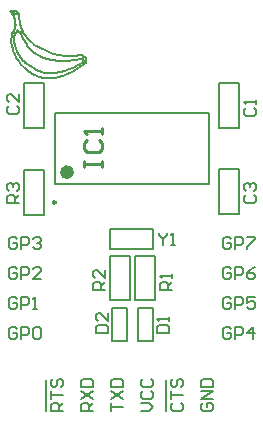
<source format=gto>
%FSLAX25Y25*%
%MOIN*%
G70*
G01*
G75*
G04 Layer_Color=65535*
%ADD10R,0.07087X0.07480*%
%ADD11R,0.01575X0.05512*%
%ADD12R,0.09055X0.07480*%
%ADD13R,0.05118X0.05118*%
%ADD14R,0.05118X0.05118*%
%ADD15O,0.02362X0.09055*%
%ADD16R,0.03150X0.03150*%
%ADD17R,0.03150X0.03150*%
%ADD18R,0.01181X0.06299*%
%ADD19C,0.00800*%
%ADD20C,0.02000*%
%ADD21C,0.07500*%
%ADD22C,0.03200*%
%ADD23C,0.05000*%
%ADD24R,0.04400X0.04400*%
%ADD25C,0.00984*%
%ADD26C,0.02362*%
%ADD27C,0.00600*%
%ADD28C,0.00787*%
%ADD29C,0.01000*%
D19*
X248346Y424386D02*
Y439347D01*
X241653Y424386D02*
X248346Y424386D01*
X241653Y424386D02*
Y439347D01*
X248346D01*
Y453386D02*
Y468347D01*
X241653Y453386D02*
X248346Y453386D01*
X241653Y453386D02*
Y468347D01*
X248346D01*
X285347Y395886D02*
Y410847D01*
X278654Y395886D02*
X285347Y395886D01*
X278654Y395886D02*
Y410847D01*
X285347D01*
X276847Y395886D02*
Y410847D01*
X270153Y395886D02*
X276847Y395886D01*
X270153Y395886D02*
Y410847D01*
X276847D01*
X270413Y413154D02*
Y419846D01*
X284587Y413154D02*
Y419846D01*
X270413D02*
X284587D01*
X270413Y413154D02*
X284587D01*
X306653Y424653D02*
Y439614D01*
Y439614D02*
X313347Y439614D01*
Y424653D02*
Y439614D01*
X306653Y424653D02*
X313347D01*
Y453386D02*
Y468347D01*
X306653Y453386D02*
X313347Y453386D01*
X306653Y453386D02*
Y468347D01*
X313347D01*
D25*
X252224Y428587D02*
G03*
X252224Y428587I-492J0D01*
G01*
D26*
X257106Y438626D02*
G03*
X257106Y438626I-1181J0D01*
G01*
D27*
X256330Y475693D02*
G03*
X260371Y476291I-2249J29127D01*
G01*
X245772Y480697D02*
G03*
X250646Y478321I12876J20230D01*
G01*
X242319Y474954D02*
G03*
X245636Y472817I10822J13154D01*
G01*
X253182Y470341D02*
G03*
X255007Y470871I-4229J17977D01*
G01*
X238640Y480606D02*
G03*
X239355Y478696I7960J1891D01*
G01*
X258320Y472362D02*
G03*
X262142Y475072I-10780J19258D01*
G01*
X245554Y470870D02*
G03*
X246072Y470615I3048J5538D01*
G01*
X238549Y484689D02*
G03*
X238571Y484668I149J138D01*
G01*
Y484668D02*
G03*
X238584Y484662I16J19D01*
G01*
X238584D02*
G03*
X238587Y484662I3J28D01*
G01*
X238587D02*
G03*
X238590Y484662I0J31D01*
G01*
X261354Y476137D02*
G03*
X261390Y476035I1071J319D01*
G01*
X261330Y476236D02*
G03*
X261354Y476137I989J188D01*
G01*
X261318Y476321D02*
G03*
X261330Y476236I903J84D01*
G01*
X261663Y475564D02*
G03*
X262126Y475069I1654J1086D01*
G01*
X261078Y477539D02*
G03*
X261202Y476831I2708J110D01*
G01*
X255007Y470871D02*
G03*
X258319Y472362I-6788J19507D01*
G01*
X249867Y471566D02*
G03*
X250784Y471534I769J8718D01*
G01*
X250784Y471534D02*
G03*
X252039Y471656I-128J7833D01*
G01*
X245287Y478263D02*
G03*
X247174Y477135I6031J7946D01*
G01*
X240678Y474437D02*
G03*
X242203Y472979I8392J7251D01*
G01*
X239524Y486054D02*
G03*
X239522Y486054I-1J-25D01*
G01*
X239534Y486051D02*
G03*
X239524Y486054I-10J-18D01*
G01*
X239537Y486050D02*
G03*
X239534Y486051I-13J-17D01*
G01*
X239539Y486048D02*
G03*
X239537Y486050I-17J-18D01*
G01*
X239545Y486040D02*
G03*
X239544Y486042I-38J-21D01*
G01*
X240057Y489990D02*
G03*
X240124Y489051I7757J84D01*
G01*
X237752Y491498D02*
G03*
X237627Y491710I-4897J-2745D01*
G01*
X238157Y492200D02*
G03*
X238997Y492185I548J7149D01*
G01*
X238724Y487177D02*
G03*
X238792Y487665I-1962J520D01*
G01*
X239604Y491760D02*
G03*
X239953Y491421I3471J3234D01*
G01*
X237370Y482541D02*
G03*
X237419Y481451I8174J-178D01*
G01*
X237504Y483787D02*
G03*
X237370Y482541I7228J-1404D01*
G01*
X237767Y484749D02*
G03*
X237504Y483787I6282J-2234D01*
G01*
X237419Y481451D02*
G03*
X237574Y480516I9040J1011D01*
G01*
X279500Y382500D02*
X284500D01*
Y393500D01*
X279500D02*
X284500D01*
X279500Y382500D02*
Y393500D01*
X271000Y382500D02*
X276000D01*
Y393500D01*
X271000D02*
X276000D01*
X271000Y382500D02*
Y393500D01*
X289000Y359000D02*
Y369500D01*
X249000Y359000D02*
Y369500D01*
X244411Y471514D02*
X244546Y471436D01*
X244269Y471597D02*
X244411Y471514D01*
X244111Y471690D02*
X244269Y471597D01*
X241107Y483591D02*
X241665Y482540D01*
X256640Y477342D02*
X258860Y477422D01*
X247174Y477135D02*
X247652Y476930D01*
X248038Y476783D01*
X253677Y472000D02*
X255261Y472432D01*
X241640Y484647D02*
X241897Y484248D01*
X242180Y483858D01*
X238310Y478328D02*
X238493Y477929D01*
X238071Y478893D02*
X238310Y478328D01*
X257786Y473368D02*
X258708Y473805D01*
X256639Y472900D02*
X257786Y473368D01*
X245495Y470902D02*
X245554Y470870D01*
X245427Y470940D02*
X245495Y470902D01*
X245359Y470978D02*
X245427Y470940D01*
X244793Y471295D02*
X244904Y471232D01*
X244673Y471363D02*
X244793Y471295D01*
X244546Y471436D02*
X244673Y471363D01*
X245282Y471021D02*
X245359Y470978D01*
X245196Y471068D02*
X245282Y471021D01*
X245101Y471122D02*
X245196Y471068D01*
X245007Y471174D02*
X245101Y471122D01*
X244904Y471232D02*
X245007Y471174D01*
X253609Y475660D02*
X254204Y475636D01*
X254847Y475631D01*
X243946Y471789D02*
X244111Y471690D01*
X243767Y471898D02*
X243946Y471789D01*
X243574Y472018D02*
X243767Y471898D01*
X243368Y472150D02*
X243574Y472018D01*
X238538Y484577D02*
X238547Y484600D01*
X238528Y484549D02*
X238538Y484577D01*
X238516Y484514D02*
X238528Y484549D01*
X238502Y484471D02*
X238516Y484514D01*
X238460Y484890D02*
X238463Y484876D01*
X238467Y484862D01*
X238471Y484848D01*
X238474Y484834D01*
X238478Y484821D01*
X238483Y484808D01*
X238488Y484794D01*
X238493Y484782D01*
X238498Y484768D01*
X238504Y484756D01*
X238511Y484743D01*
X238518Y484730D01*
X238527Y484717D01*
X238536Y484703D01*
X238549Y484689D01*
X238590Y484662D02*
X238592Y484663D01*
X238595Y484663D01*
X238597Y484664D01*
X238599Y484664D01*
X238602Y484665D01*
X238604Y484666D01*
X238607Y484667D01*
X238610Y484669D01*
X238612Y484670D01*
X238615Y484672D01*
X238617Y484674D01*
X238620Y484676D01*
X238623Y484678D01*
X238626Y484680D01*
X238629Y484682D01*
X238632Y484685D01*
X238635Y484687D01*
X238638Y484690D01*
X238641Y484693D01*
X238645Y484697D01*
X238649Y484701D01*
X238653Y484705D01*
X238657Y484709D01*
X238662Y484714D01*
X238666Y484719D01*
X238670Y484724D01*
X238675Y484730D01*
X238681Y484736D01*
X238686Y484743D01*
X238692Y484750D01*
X238589Y484696D02*
X238589Y484696D01*
X238589Y484696D02*
Y484696D01*
X238589Y484696D02*
X238589Y484696D01*
X238589Y484696D02*
X238589Y484696D01*
X238589Y484696D02*
X238589Y484696D01*
X238589Y484696D02*
X238589Y484696D01*
X238589Y484696D02*
X238589Y484696D01*
X238589Y484696D02*
X238589Y484696D01*
X238589Y484696D02*
X238589Y484696D01*
X238588Y484695D02*
X238589Y484696D01*
X238588Y484695D02*
X238588Y484695D01*
X238588Y484695D02*
X238588Y484695D01*
X238588Y484695D02*
X238588Y484695D01*
X238588Y484694D02*
X238588Y484695D01*
X238588Y484694D02*
X238588Y484694D01*
X238587Y484693D02*
X238588Y484694D01*
X238587Y484693D02*
X238587Y484693D01*
X238587Y484692D02*
X238587Y484693D01*
X238586Y484691D02*
X238587Y484692D01*
X238586Y484690D02*
X238586Y484691D01*
X238585Y484689D02*
X238586Y484690D01*
X238584Y484687D02*
X238585Y484689D01*
X238583Y484685D02*
X238584Y484687D01*
X238582Y484682D02*
X238583Y484685D01*
X238580Y484679D02*
X238582Y484682D01*
X238578Y484674D02*
X238580Y484679D01*
X238576Y484669D02*
X238578Y484674D01*
X238573Y484663D02*
X238576Y484669D01*
X238569Y484655D02*
X238573Y484663D01*
X238565Y484645D02*
X238569Y484655D01*
X238560Y484633D02*
X238565Y484645D01*
X238554Y484618D02*
X238560Y484633D01*
X238547Y484600D02*
X238554Y484618D01*
X237767Y484749D02*
X238074Y485558D01*
X258708Y473805D02*
X259423Y474188D01*
X261161Y475350D02*
X261254Y475427D01*
X261326Y475488D01*
X261381Y475535D01*
X261422Y475571D01*
X261455Y475600D01*
X261479Y475623D01*
X261499Y475641D01*
X261514Y475655D01*
X261526Y475667D01*
X261536Y475676D01*
X261543Y475683D01*
X261550Y475689D01*
X261555Y475694D01*
X261558Y475697D01*
X261561Y475701D01*
X261564Y475703D01*
X261566Y475705D01*
X261567Y475706D01*
X261568Y475707D01*
X261569Y475708D01*
X261570Y475709D01*
X261571Y475709D01*
X261571Y475710D01*
X261571Y475710D01*
X261572Y475711D01*
X261572Y475711D01*
X261572Y475711D01*
X261572Y475711D01*
X261572Y475711D01*
X261572Y475711D01*
X261572Y475711D01*
X261572Y475711D01*
X261572Y475711D01*
X260697Y476365D02*
X260882Y476409D01*
X261002Y476439D01*
X261083Y476459D01*
X261143Y476474D01*
X261187Y476486D01*
X261218Y476494D01*
X261243Y476501D01*
X261262Y476505D01*
X261276Y476509D01*
X261287Y476512D01*
X261295Y476514D01*
X261301Y476516D01*
X261307Y476518D01*
X261311Y476519D01*
X261314Y476520D01*
X261317Y476520D01*
X261319Y476521D01*
X261321Y476521D01*
X261322Y476522D01*
X261322Y476522D01*
X261323Y476522D01*
X261324Y476522D01*
X261325Y476522D01*
X261325Y476522D01*
X261325Y476522D01*
X261325Y476523D01*
X261326Y476523D01*
X261326Y476523D01*
X261326Y476523D01*
X261326Y476523D01*
X261326Y476523D01*
X261628Y475619D02*
X261663Y475564D01*
X261611Y475648D02*
X261628Y475619D01*
X261600Y475667D02*
X261611Y475648D01*
X261593Y475679D02*
X261600Y475667D01*
X261588Y475688D02*
X261593Y475679D01*
X261585Y475695D02*
X261588Y475688D01*
X261582Y475700D02*
X261585Y475695D01*
X261580Y475704D02*
X261582Y475700D01*
X261579Y475706D02*
X261580Y475704D01*
X261578Y475709D02*
X261579Y475706D01*
X261577Y475710D02*
X261578Y475709D01*
X261576Y475712D02*
X261577Y475710D01*
X261576Y475713D02*
X261576Y475712D01*
X261576Y475713D02*
X261576Y475713D01*
X261575Y475714D02*
X261576Y475713D01*
X261575Y475715D02*
X261575Y475714D01*
X261575Y475715D02*
X261575Y475715D01*
X261575Y475715D02*
X261575Y475715D01*
X261575Y475715D02*
X261575Y475715D01*
X261574Y475716D02*
X261575Y475715D01*
X261574Y475716D02*
X261574Y475716D01*
X261574Y475716D02*
X261574Y475716D01*
X261574Y475716D02*
X261574Y475716D01*
X261574Y475716D02*
X261574Y475716D01*
X261574Y475716D02*
X261574Y475716D01*
X261574Y475716D02*
X261574Y475716D01*
X261574Y475716D02*
X261574Y475716D01*
X261574Y475716D02*
X261574Y475716D01*
X261574Y475716D02*
X261574Y475716D01*
X261574Y475716D02*
X261574Y475716D01*
X261574Y475716D02*
X261574Y475716D01*
X261574Y475716D02*
X261574Y475716D01*
X261574Y475716D02*
X261574Y475716D01*
X261546Y475755D02*
X261574Y475716D01*
X261487Y475844D02*
X261546Y475755D01*
X261435Y475937D02*
X261487Y475844D01*
X261390Y476035D02*
X261435Y475937D01*
X261314Y476384D02*
X261318Y476321D01*
X261314Y476384D02*
X261315Y476426D01*
X261316Y476454D01*
X261318Y476473D01*
X261320Y476486D01*
X261322Y476496D01*
X261323Y476503D01*
X261324Y476508D01*
X261325Y476512D01*
X261325Y476515D01*
X261326Y476517D01*
X261326Y476519D01*
X261326Y476520D01*
X261327Y476521D01*
X261327Y476522D01*
X261327Y476523D01*
X261327Y476523D01*
X261327Y476524D01*
X261327Y476524D01*
X261327Y476524D01*
X261327Y476524D01*
X261328Y476525D01*
X261328Y476525D01*
X261328Y476525D01*
X261328Y476525D01*
Y476525D01*
X261328Y476525D01*
Y476525D01*
X261328Y476525D01*
X261328Y476525D01*
Y476525D01*
Y476525D01*
Y476525D01*
X261328D01*
X261328D01*
X261323Y476535D02*
X261328Y476525D01*
X261257Y476679D02*
X261323Y476535D01*
X261202Y476831D02*
X261257Y476679D01*
X261432Y477366D02*
X261696Y477156D01*
X261879Y477026D01*
X262006Y476941D01*
X262097Y476885D01*
X262163Y476845D01*
X262211Y476818D01*
X262248Y476797D01*
X262276Y476783D01*
X262297Y476772D01*
X262313Y476763D01*
X262326Y476757D01*
X262336Y476752D01*
X262344Y476748D01*
X262350Y476745D01*
X262355Y476743D01*
X262359Y476741D01*
X262362Y476740D01*
X262364Y476739D01*
X262366Y476738D01*
X262367Y476737D01*
X262369Y476736D01*
X262370Y476736D01*
X262370Y476736D01*
X262371Y476735D01*
X262371Y476735D01*
X262372Y476735D01*
X262372Y476735D01*
X262372Y476735D01*
X262373Y476735D01*
X262373Y476734D01*
X262373Y476734D01*
X262373Y476734D01*
X262373Y476734D01*
X262373Y476734D01*
X262373Y476734D01*
X262373Y476734D01*
X262373Y476734D01*
X262373Y476734D01*
X262373Y476734D01*
X262373Y476734D01*
X262373D01*
X262373D01*
X262366Y476701D02*
X262373Y476734D01*
X262351Y476628D02*
X262366Y476701D01*
X262336Y476548D02*
X262351Y476628D01*
X262320Y476463D02*
X262336Y476548D01*
X262304Y476371D02*
X262320Y476463D01*
X262286Y476267D02*
X262304Y476371D01*
X262268Y476152D02*
X262286Y476267D01*
X262249Y476020D02*
X262268Y476152D01*
X262227Y475862D02*
X262249Y476020D01*
X262170Y475366D02*
X262227Y475862D01*
X261076Y477621D02*
X261076Y477591D01*
X261076Y477640D02*
X261076Y477621D01*
X261076Y477640D02*
X261076Y477653D01*
X261076Y477662D01*
X261076Y477669D01*
X261076Y477674D01*
X261076Y477678D01*
X261076Y477681D01*
X261076Y477683D01*
X261077Y477685D01*
X261077Y477686D01*
X261077Y477687D01*
X261077Y477688D01*
X261077Y477689D01*
X261077Y477689D01*
X261077Y477690D01*
Y477690D01*
X261077Y477690D01*
Y477691D01*
X261077Y477691D01*
X261077Y477691D01*
X261077Y477691D02*
X261077Y477691D01*
X261077Y477691D02*
X261077Y477691D01*
X261077Y477691D01*
Y477691D01*
X261077Y477691D02*
X261077Y477691D01*
X261077Y477691D02*
X261077Y477691D01*
Y477691D01*
X261077Y477691D01*
X261077Y477691D02*
X261077Y477691D01*
X261077Y477691D02*
X261077Y477691D01*
X261077Y477691D02*
X261077Y477691D01*
X260051Y477541D02*
X260393Y477586D01*
X260592Y477614D01*
X260721Y477634D01*
X260807Y477647D01*
X260873Y477658D01*
X260920Y477666D01*
X260953Y477672D01*
X260980Y477676D01*
X261000Y477680D01*
X261015Y477683D01*
X261027Y477685D01*
X261036Y477686D01*
X261043Y477688D01*
X261049Y477689D01*
X261053Y477690D01*
X261057Y477690D01*
X261059Y477691D01*
X261061Y477691D01*
X261063Y477691D01*
X261064Y477692D01*
X261065Y477692D01*
X261066Y477692D01*
X261067Y477692D01*
X261068Y477692D01*
X261068Y477692D01*
X261068Y477692D01*
X261068Y477692D01*
X261069Y477692D01*
X261069Y477692D01*
X261069Y477692D01*
X261069Y477692D01*
X261069Y477692D01*
X259961Y474508D02*
X260359Y474764D01*
X260652Y474966D01*
X260874Y475128D01*
X262157Y475238D02*
X262170Y475366D01*
X262152Y475184D02*
X262157Y475238D01*
X262149Y475152D02*
X262152Y475184D01*
X262147Y475131D02*
X262149Y475152D01*
X262146Y475116D02*
X262147Y475131D01*
X262145Y475106D02*
X262146Y475116D01*
X262144Y475098D02*
X262145Y475106D01*
X262144Y475092D02*
X262144Y475098D01*
X262143Y475087D02*
X262144Y475092D01*
X262143Y475084D02*
X262143Y475087D01*
X262143Y475081D02*
X262143Y475084D01*
X262143Y475079D02*
X262143Y475081D01*
X262143Y475078D02*
X262143Y475079D01*
X262143Y475077D02*
X262143Y475078D01*
X262142Y475075D02*
X262143Y475077D01*
X262142Y475075D02*
X262142Y475075D01*
X262142Y475074D02*
X262142Y475075D01*
X262142Y475074D02*
X262142Y475074D01*
X262142Y475073D02*
X262142Y475074D01*
X262142Y475073D02*
X262142Y475073D01*
X262142Y475073D02*
X262142Y475073D01*
X262142Y475073D02*
Y475073D01*
X262142Y475072D02*
X262142Y475073D01*
X262142Y475072D02*
X262142Y475072D01*
X262142Y475072D02*
X262142Y475072D01*
X262142Y475072D02*
X262142Y475072D01*
X262142Y475072D02*
X262142Y475072D01*
X262142Y475072D02*
Y475072D01*
X262142Y475072D02*
X262142Y475072D01*
X262142Y475072D02*
X262142Y475072D01*
Y475072D02*
Y475072D01*
X262142Y475072D02*
X262142Y475072D01*
X262142Y475072D02*
Y475072D01*
X261076Y477591D02*
X261078Y477539D01*
X261069Y477692D02*
X261432Y477366D01*
X260874Y475128D02*
X261038Y475253D01*
X261161Y475350D01*
X260371Y476291D02*
X260697Y476365D01*
X258860Y477422D02*
X260051Y477541D01*
X259423Y474188D02*
X259961Y474508D01*
X255261Y472432D02*
X256639Y472900D01*
X255547Y475648D02*
X256330Y475693D01*
X254847Y475631D02*
X255547Y475648D01*
X254686Y477439D02*
X255578Y477374D01*
X252446Y477791D02*
X253145Y477649D01*
X255578Y477374D02*
X256640Y477342D01*
X251335Y478090D02*
X251793Y477955D01*
X252446Y477791D01*
X253145Y477649D02*
X253884Y477532D01*
X254686Y477439D01*
X250646Y478321D02*
X251335Y478090D01*
X250766Y469963D02*
X251843Y470084D01*
X249858Y469926D02*
X250766Y469963D01*
X249046Y471674D02*
X249867Y471566D01*
X247149Y470243D02*
X247739Y470108D01*
X246602Y470409D02*
X247149Y470243D01*
X248371Y470009D02*
X249077Y469945D01*
X247739Y470108D02*
X248371Y470009D01*
X249077Y469945D02*
X249858Y469926D01*
X248252Y471843D02*
X249046Y471674D01*
X245636Y472817D02*
X246600Y472387D01*
X247448Y472077D01*
X252039Y471656D02*
X253677Y472000D01*
X252195Y475808D02*
X252526Y475761D01*
X249641Y476304D02*
X249951Y476230D01*
X250262Y476161D01*
X250573Y476096D01*
X250884Y476034D01*
X251205Y475974D01*
X251524Y475918D01*
X252526Y475761D02*
X253053Y475702D01*
X253609Y475660D01*
X249025Y476467D02*
X249332Y476383D01*
X249641Y476304D01*
X251524Y475918D02*
X251854Y475862D01*
X252195Y475808D01*
X248712Y476559D02*
X249025Y476467D01*
X247448Y472077D02*
X248252Y471843D01*
X246072Y470615D02*
X246602Y470409D01*
X251843Y470084D02*
X253182Y470341D01*
X248038Y476783D02*
X248385Y476663D01*
X248712Y476559D01*
X244519Y481576D02*
X245090Y481156D01*
X242488Y483477D02*
X242819Y483105D01*
X243180Y482734D01*
X243582Y482355D01*
X242180Y483858D02*
X242488Y483477D01*
X243582Y482355D02*
X244025Y481971D01*
X244519Y481576D01*
X245090Y481156D02*
X245772Y480697D01*
X244623Y478799D02*
X244807Y478643D01*
X245022Y478468D01*
X245287Y478263D01*
X243133Y472304D02*
X243368Y472150D01*
X242872Y472483D02*
X243133Y472304D01*
X240492Y476949D02*
X240528Y476901D01*
X240561Y476858D01*
X240591Y476818D01*
X240618Y476782D01*
X240642Y476750D01*
X240667Y476718D01*
X240688Y476690D01*
X240706Y476665D01*
X240724Y476641D01*
X240740Y476621D01*
X240755Y476601D01*
X240767Y476585D01*
X240779Y476569D01*
X240792Y476553D01*
X240801Y476541D01*
X240810Y476529D01*
X240819Y476516D01*
X240829Y476504D01*
X240835Y476496D01*
X240841Y476488D01*
X240847Y476480D01*
X240853Y476472D01*
X240860Y476464D01*
X240862Y476460D01*
X240866Y476456D01*
X240869Y476452D01*
X240872Y476448D01*
X240875Y476444D01*
X240878Y476440D01*
X240881Y476436D01*
X240884Y476432D01*
X240887Y476427D01*
X240890Y476423D01*
X240894Y476419D01*
X240897Y476415D01*
X240900Y476411D01*
X240903Y476407D01*
X240906Y476403D01*
X240909Y476399D01*
X240912Y476395D01*
X240915Y476391D01*
X240918Y476387D01*
X240921Y476383D01*
X240928Y476374D01*
X240934Y476366D01*
X240940Y476358D01*
X240946Y476350D01*
X240955Y476338D01*
X240965Y476326D01*
X240974Y476313D01*
X240987Y476297D01*
X240999Y476280D01*
X241015Y476260D01*
X241030Y476239D01*
X241049Y476215D01*
X241068Y476190D01*
X241093Y476157D01*
X241111Y476133D01*
X241134Y476104D01*
X241158Y476074D01*
X241187Y476039D01*
X241217Y476004D01*
X241253Y475962D01*
X241291Y475919D01*
X241335Y475871D01*
X241386Y475816D01*
X241445Y475754D01*
X241513Y475685D01*
X241590Y475608D01*
X241683Y475518D01*
X241793Y475414D01*
X241925Y475294D01*
X239814Y475570D02*
X240152Y475094D01*
X239538Y475996D02*
X239814Y475570D01*
X241925Y475294D02*
X242093Y475146D01*
X242319Y474954D01*
X242571Y472699D02*
X242872Y472483D01*
X242203Y472979D02*
X242571Y472699D01*
X240365Y477120D02*
X240412Y477057D01*
X240454Y477001D01*
X240492Y476949D01*
X240152Y475094D02*
X240678Y474437D01*
X239295Y476399D02*
X239538Y475996D01*
X244306Y479077D02*
X244456Y478944D01*
X244623Y478799D01*
X244041Y479319D02*
X244168Y479202D01*
X244306Y479077D01*
X242754Y480830D02*
X242989Y480512D01*
X243186Y480259D01*
X243353Y480055D01*
X243495Y479889D01*
X243617Y479752D01*
X243723Y479638D01*
X241665Y482540D02*
X242110Y481791D01*
X239355Y478696D02*
X239537Y478366D01*
X239675Y478133D01*
X239790Y477950D01*
X239892Y477795D01*
X239982Y477661D01*
X240062Y477544D01*
X238678Y477549D02*
X238874Y477161D01*
X238493Y477929D02*
X238678Y477549D01*
X242110Y481791D02*
X242466Y481242D01*
X242754Y480830D01*
X240062Y477544D02*
X240135Y477440D01*
X240200Y477348D01*
X240261Y477264D01*
X238874Y477161D02*
X239078Y476781D01*
X240261Y477264D02*
X240316Y477188D01*
X240365Y477120D01*
X239078Y476781D02*
X239295Y476399D01*
X243723Y479638D02*
X243816Y479540D01*
X243899Y479457D01*
X243972Y479385D01*
X244041Y479319D01*
X240782Y485666D02*
X240839Y485827D01*
X240870Y485921D01*
X241054Y485853D02*
X241176Y485557D01*
X241400Y485076D01*
X241640Y484647D01*
X240575Y487160D02*
X240658Y486910D01*
X240747Y486657D01*
X240843Y486394D01*
X239998Y485423D02*
X240081Y485329D01*
X240285Y485114D01*
X240380Y485019D01*
X240412Y484988D01*
X240430Y484971D01*
X240442Y484959D01*
X240451Y484951D01*
X240457Y484945D01*
X240461Y484941D01*
X240464Y484938D01*
X240467Y484936D01*
X240469Y484934D01*
X240470Y484933D01*
X240471Y484932D01*
X240472Y484931D01*
X240473Y484930D01*
X240474Y484930D01*
X240474Y484929D01*
X240474Y484929D01*
X240475Y484929D01*
X240475Y484928D01*
X240475Y484928D01*
X240475Y484928D01*
X240475Y484928D01*
X240475Y484928D01*
X240475Y484928D01*
X240475Y484928D01*
X240476Y484928D01*
X240476Y484928D01*
X240476Y484928D01*
X240476Y484928D01*
X240476Y484928D01*
Y484928D02*
Y484928D01*
X240473Y484967D02*
X241107Y483591D01*
X238257Y485875D02*
X238299Y485757D01*
X238326Y485666D01*
X238345Y485593D01*
X238358Y485533D01*
X238369Y485483D01*
X238376Y485440D01*
X238383Y485405D01*
X238388Y485374D01*
X238392Y485347D01*
X238396Y485325D01*
X238398Y485305D01*
X238401Y485288D01*
X238403Y485273D01*
X238405Y485260D01*
X238406Y485249D01*
X238408Y485239D01*
X238409Y485230D01*
X238410Y485221D01*
X238411Y485214D01*
X238412Y485207D01*
X238413Y485202D01*
X238413Y485196D01*
X238414Y485192D01*
X238414Y485188D01*
X238415Y485183D01*
X238415Y485181D01*
X238416Y485178D01*
X238416Y485175D01*
X238416Y485172D01*
X238417Y485170D01*
X238417Y485168D01*
X238417Y485167D01*
X238417Y485166D01*
X238418Y485164D01*
X238418Y485163D01*
X238418Y485161D01*
X238418Y485160D01*
X238418Y485159D01*
X238418Y485157D01*
X238419Y485156D01*
X238419Y485155D01*
X238419Y485153D01*
X238419Y485152D01*
X238419Y485150D01*
X238419Y485149D01*
X238420Y485148D01*
X238420Y485146D01*
X238420Y485145D01*
X238420Y485144D01*
X238421Y485141D01*
X238421Y485138D01*
X238421Y485136D01*
X238422Y485133D01*
X238422Y485130D01*
X238422Y485126D01*
X238423Y485122D01*
X238423Y485118D01*
X238424Y485113D01*
X238425Y485108D01*
X238425Y485102D01*
X238426Y485096D01*
X238427Y485089D01*
X238428Y485083D01*
X238429Y485075D01*
X238430Y485067D01*
X238432Y485058D01*
X238433Y485049D01*
X238434Y485039D01*
X238436Y485030D01*
X238437Y485018D01*
X238439Y485007D01*
X238441Y484995D01*
X238443Y484983D01*
X238445Y484971D01*
X238447Y484958D01*
X238449Y484944D01*
X238452Y484931D01*
X238989Y485230D02*
X238997Y485244D01*
X239004Y485257D01*
X239011Y485268D01*
X239017Y485280D01*
X239022Y485289D01*
X239027Y485298D01*
X239032Y485307D01*
X239036Y485314D01*
X239040Y485321D01*
X239044Y485328D01*
X239048Y485334D01*
X239050Y485339D01*
X239053Y485344D01*
X239055Y485348D01*
X239058Y485353D01*
X239060Y485357D01*
X239062Y485360D01*
X239063Y485362D01*
X239064Y485364D01*
X239066Y485366D01*
X239067Y485369D01*
X239068Y485371D01*
X239069Y485373D01*
X239071Y485376D01*
X239072Y485378D01*
X239073Y485380D01*
X239074Y485383D01*
X239076Y485385D01*
X239077Y485387D01*
X239078Y485389D01*
X239079Y485392D01*
X239081Y485394D01*
X239082Y485396D01*
X239083Y485398D01*
X239085Y485401D01*
X239086Y485403D01*
X239088Y485407D01*
X239091Y485412D01*
X239093Y485417D01*
X239096Y485421D01*
X239099Y485426D01*
X239102Y485433D01*
X239106Y485439D01*
X239110Y485446D01*
X239115Y485455D01*
X239120Y485464D01*
X239125Y485473D01*
X239132Y485485D01*
X239138Y485496D01*
X239145Y485509D01*
X239153Y485523D01*
X239162Y485538D01*
X239170Y485554D01*
X239180Y485571D01*
X239190Y485589D01*
X239200Y485606D01*
X239211Y485625D01*
X239222Y485644D01*
X239233Y485663D01*
X239245Y485684D01*
X239257Y485704D01*
X239268Y485724D01*
X239280Y485743D01*
X239292Y485763D01*
X239303Y485781D01*
X239314Y485800D01*
X239324Y485816D01*
X239334Y485831D01*
X239343Y485847D01*
X239353Y485862D01*
X239362Y485876D01*
X239370Y485889D01*
X239378Y485901D01*
X239386Y485913D01*
X239394Y485924D01*
X239402Y485935D01*
X239408Y485944D01*
X239415Y485953D01*
X239421Y485962D01*
X239428Y485970D01*
X239433Y485977D01*
X239438Y485984D01*
X239443Y485990D01*
X239448Y485996D01*
X239453Y486002D01*
X239457Y486006D01*
X239461Y486011D01*
X239465Y486015D01*
X239469Y486019D01*
X239473Y486023D01*
X239476Y486026D01*
X239480Y486030D01*
X239483Y486032D01*
X239486Y486035D01*
X239488Y486037D01*
X239491Y486039D01*
X239494Y486041D01*
X239496Y486043D01*
X239499Y486045D01*
X239501Y486047D01*
X239504Y486048D01*
X239506Y486049D01*
X239509Y486050D01*
X239511Y486051D01*
X239513Y486052D01*
X239515Y486053D01*
X239518Y486054D01*
X239520Y486054D01*
X239522Y486054D01*
X239539Y486048D02*
X239540Y486047D01*
X239542Y486045D01*
X239543Y486044D01*
X239543Y486042D01*
X239545Y486040D02*
X239564Y486005D01*
X239587Y485967D01*
X239612Y485928D01*
X239639Y485885D01*
X239669Y485840D01*
X239703Y485793D01*
X239739Y485742D01*
X239779Y485689D01*
X238074Y485558D02*
X238160Y485767D01*
X240870Y485921D02*
X240890Y485983D01*
X240904Y486026D01*
X240913Y486057D01*
X240920Y486080D01*
X240925Y486097D01*
X240929Y486110D01*
X240932Y486120D01*
X240934Y486128D01*
X240936Y486134D01*
X240937Y486138D01*
X240938Y486142D01*
X240939Y486145D01*
X240939Y486147D01*
X240940Y486149D01*
X240940Y486150D01*
X240940Y486151D01*
X240941Y486152D01*
X240941Y486153D01*
X240941Y486154D01*
X240941Y486154D01*
X240941Y486154D01*
X240941Y486155D01*
X240941Y486155D01*
X240942Y486155D01*
X240942Y486155D01*
X240942Y486155D01*
X240942Y486155D01*
X240942Y486155D01*
X240942Y486155D01*
X240942Y486155D01*
X240942Y486155D01*
Y486155D01*
X240942Y486155D02*
X240942Y486155D01*
X240942Y486155D02*
X240942Y486156D01*
X240942D02*
X240942D01*
X240942D02*
X240942Y486156D01*
X240843Y486394D02*
X240945Y486129D01*
X241054Y485853D01*
X238452Y484931D02*
X238454Y484917D01*
X238457Y484903D01*
X238460Y484890D01*
X238692Y484750D02*
X238697Y484757D01*
X238703Y484765D01*
X238710Y484774D01*
X238717Y484783D01*
X238723Y484793D01*
X238731Y484803D01*
X238738Y484813D01*
X238746Y484825D01*
X238754Y484837D01*
X238763Y484850D01*
X238772Y484863D01*
X238781Y484878D01*
X238791Y484894D01*
X238801Y484910D01*
X238811Y484926D01*
X238822Y484943D01*
X238832Y484960D01*
X238843Y484977D01*
X238855Y484997D01*
X238866Y485017D01*
X238878Y485038D01*
X238889Y485056D01*
X238900Y485075D01*
X238911Y485094D01*
X238923Y485113D01*
X238934Y485133D01*
X238944Y485150D01*
X238954Y485168D01*
X238964Y485185D01*
X238973Y485201D01*
X238981Y485217D01*
X238989Y485230D01*
X239779Y485689D02*
X239824Y485632D01*
X239874Y485569D01*
X239931Y485500D01*
X239998Y485423D01*
X240476Y484928D02*
X240620Y485255D01*
X240782Y485666D01*
X237400Y492197D02*
X237597Y492065D01*
X240236Y488404D02*
X240295Y488144D01*
X240357Y487896D01*
X240425Y487650D01*
X238350Y490084D02*
X238489Y489592D01*
X240069Y490651D02*
X240069Y490671D01*
X240068Y490631D02*
X240069Y490651D01*
X240067Y490606D02*
X240068Y490631D01*
X240066Y490578D02*
X240067Y490606D01*
X240065Y490545D02*
X240066Y490578D01*
X240064Y490509D02*
X240065Y490545D01*
X240062Y490468D02*
X240064Y490509D01*
X240061Y490422D02*
X240062Y490468D01*
X240059Y490369D02*
X240061Y490422D01*
X240058Y490302D02*
X240059Y490369D01*
X240057Y490222D02*
X240058Y490302D01*
X240056Y490124D02*
X240057Y490222D01*
X240056Y490124D02*
X240057Y489990D01*
X237137Y492385D02*
X237188Y492347D01*
X237400Y492197D01*
X237597Y492065D02*
X237786Y491944D01*
X237967Y491835D01*
X238134Y491741D01*
X238294Y491655D01*
X238446Y491580D01*
X238591Y491513D01*
X238724Y491457D01*
X238850Y491408D01*
X238970Y491365D01*
X239083Y491330D01*
X239190Y491300D01*
X239290Y491277D01*
X237893Y491231D02*
X238045Y490906D01*
X237752Y491498D02*
X237893Y491231D01*
X237521Y491873D02*
X237627Y491710D01*
X237434Y491998D02*
X237521Y491873D01*
X237362Y492095D02*
X237434Y491998D01*
X237304Y492168D02*
X237362Y492095D01*
X237259Y492222D02*
X237304Y492168D01*
X237224Y492263D02*
X237259Y492222D01*
X237195Y492295D02*
X237224Y492263D01*
X237173Y492319D02*
X237195Y492295D01*
X237155Y492338D02*
X237173Y492319D01*
X237141Y492352D02*
X237155Y492338D01*
X237130Y492364D02*
X237141Y492352D01*
X237121Y492372D02*
X237130Y492364D01*
X237114Y492379D02*
X237121Y492372D01*
X237108Y492384D02*
X237114Y492379D01*
X237104Y492389D02*
X237108Y492384D01*
X237101Y492392D02*
X237104Y492389D01*
X237098Y492394D02*
X237101Y492392D01*
X237096Y492397D02*
X237098Y492394D01*
X237094Y492398D02*
X237096Y492397D01*
X237093Y492400D02*
X237094Y492398D01*
X237092Y492400D02*
X237093Y492400D01*
X237091Y492401D02*
X237092Y492400D01*
X237090Y492402D02*
X237091Y492401D01*
X237089Y492402D02*
X237090Y492402D01*
X237089Y492403D02*
X237089Y492402D01*
X237089Y492403D02*
X237089Y492403D01*
X237088Y492403D02*
X237089Y492403D01*
X237088Y492403D02*
X237088Y492403D01*
X237088Y492404D02*
X237088Y492403D01*
X237088Y492404D02*
X237088Y492404D01*
X237088Y492404D02*
X237088Y492404D01*
X237088Y492404D02*
X237088Y492404D01*
X237088Y492404D02*
X237088Y492404D01*
X237088Y492404D02*
X237088Y492404D01*
X237088Y492404D02*
X237088Y492404D01*
X237088Y492404D02*
X237088Y492404D01*
X237088Y492404D02*
X237088Y492404D01*
X237088Y492404D02*
Y492404D01*
X237182Y492373D01*
X237290Y492342D01*
X237404Y492313D01*
X237529Y492286D01*
X237664Y492261D01*
X237810Y492238D01*
X237972Y492217D01*
X238157Y492200D01*
X238997Y492185D02*
X239091Y492189D01*
X239141Y492192D01*
X239172Y492194D01*
X239193Y492196D01*
X238414Y486357D02*
X238418Y486367D01*
X238422Y486376D01*
X238426Y486385D01*
X238431Y486398D01*
X238437Y486410D01*
X238442Y486422D01*
X238449Y486438D01*
X238455Y486453D01*
X238463Y486471D01*
X238471Y486489D01*
X238478Y486507D01*
X238487Y486527D01*
X238496Y486547D01*
X238506Y486570D01*
X238515Y486593D01*
X238526Y486618D01*
X238536Y486643D01*
X238547Y486671D01*
X238560Y486701D01*
X238572Y486730D01*
X238584Y486762D01*
X238598Y486796D01*
X238612Y486832D01*
X238626Y486870D01*
X238641Y486911D01*
X238656Y486953D01*
X238672Y486999D01*
X238688Y487050D01*
X238705Y487108D01*
X238724Y487177D01*
X239290Y491277D02*
X239384Y491258D01*
X239472Y491244D01*
X239554Y491234D01*
X239629Y491229D01*
X239699Y491226D01*
X238199Y490523D02*
X238350Y490084D01*
X238045Y490906D02*
X238199Y490523D01*
X240124Y489051D02*
X240181Y488691D01*
X240236Y488404D01*
X238791Y487764D02*
X238792Y487665D01*
X238788Y487845D02*
X238791Y487764D01*
X238782Y487918D02*
X238788Y487845D01*
X238775Y487987D02*
X238782Y487918D01*
X238612Y489053D02*
X238713Y488469D01*
X238489Y489592D02*
X238612Y489053D01*
X238713Y488469D02*
X238775Y487987D01*
X240085Y491287D02*
X240089Y491289D01*
X240092Y491290D01*
X240095Y491291D01*
X240097Y491292D01*
X240098Y491293D01*
X240099Y491293D01*
X240100Y491294D01*
X240101Y491294D01*
X240101Y491295D01*
X240102Y491295D01*
X240102Y491295D01*
X240102Y491295D01*
X240103Y491295D01*
X240103Y491295D01*
X240103Y491295D01*
X240103Y491296D01*
X240103Y491296D01*
X240103Y491296D01*
X240103Y491296D01*
X240103Y491296D01*
X240103Y491296D01*
X240103Y491296D01*
X240103Y491296D01*
X240103Y491296D01*
X240077Y491317D02*
X240081Y491315D01*
X240083Y491313D01*
X240085Y491311D01*
X240086Y491310D01*
X240088Y491309D01*
X240089Y491308D01*
X240089Y491308D01*
X240090Y491307D01*
X240090Y491307D01*
X240090Y491307D01*
X240091Y491307D01*
X240091Y491306D01*
X240091Y491306D01*
X240091Y491306D01*
X240091Y491306D01*
X240091Y491306D01*
X240091Y491306D01*
X240092Y491306D01*
X240092Y491306D01*
X240092Y491306D01*
X240092D01*
X240092Y491306D01*
X240092Y491306D01*
X240092Y491306D02*
X240092Y491306D01*
X240092Y491306D02*
X240092D01*
X240059Y491332D02*
X240067Y491325D01*
X240073Y491321D01*
X240077Y491317D01*
X240425Y487650D02*
X240497Y487407D01*
X240575Y487160D01*
X238234Y485932D02*
X238257Y485875D01*
X238160Y485767D02*
X238204Y485872D01*
X238234Y485941D01*
X238256Y485994D01*
X238274Y486035D01*
X238288Y486067D01*
X238300Y486096D01*
X238311Y486121D01*
X238320Y486142D01*
X238328Y486159D01*
X238334Y486173D01*
X238340Y486187D01*
X238344Y486197D01*
X238348Y486207D01*
X238353Y486217D01*
X238356Y486224D01*
X238359Y486231D01*
X238362Y486237D01*
X238365Y486244D01*
X238367Y486250D01*
X238369Y486254D01*
X238370Y486257D01*
X238372Y486261D01*
X238373Y486264D01*
X238374Y486267D01*
X238376Y486270D01*
X238377Y486274D01*
X238379Y486277D01*
X238380Y486280D01*
X238382Y486283D01*
X238383Y486287D01*
X238385Y486290D01*
X238386Y486293D01*
X238387Y486297D01*
X238389Y486300D01*
X238390Y486303D01*
X238392Y486306D01*
X238393Y486309D01*
X238394Y486313D01*
X238396Y486316D01*
X238399Y486322D01*
X238401Y486329D01*
X238404Y486335D01*
X238407Y486341D01*
X238410Y486348D01*
X238414Y486357D01*
X240083Y491006D02*
X240083Y491026D01*
X240082Y490986D02*
X240083Y491006D01*
X240081Y490970D02*
X240082Y490986D01*
X240081Y490953D02*
X240081Y490970D01*
X240080Y490941D02*
X240081Y490953D01*
X240080Y490929D02*
X240080Y490941D01*
X240079Y490917D02*
X240080Y490929D01*
X240079Y490905D02*
X240079Y490917D01*
X240078Y490897D02*
X240079Y490905D01*
X240078Y490889D02*
X240078Y490897D01*
X240078Y490881D02*
X240078Y490889D01*
X240077Y490873D02*
X240078Y490881D01*
X240077Y490865D02*
X240077Y490873D01*
X240077Y490861D02*
X240077Y490865D01*
X240077Y490857D02*
X240077Y490861D01*
X240076Y490853D02*
X240077Y490857D01*
X240076Y490849D02*
X240076Y490853D01*
X240076Y490845D02*
X240076Y490849D01*
X240076Y490841D02*
X240076Y490845D01*
X240076Y490837D02*
X240076Y490841D01*
X240076Y490833D02*
X240076Y490837D01*
X240075Y490829D02*
X240076Y490833D01*
X240075Y490825D02*
X240075Y490829D01*
X240075Y490821D02*
X240075Y490825D01*
X240075Y490816D02*
X240075Y490821D01*
X240075Y490812D02*
X240075Y490816D01*
X240075Y490808D02*
X240075Y490812D01*
X240075Y490804D02*
X240075Y490808D01*
X240074Y490800D02*
X240075Y490804D01*
X240074Y490796D02*
X240074Y490800D01*
X240074Y490792D02*
X240074Y490796D01*
X240074Y490788D02*
X240074Y490792D01*
X240074Y490784D02*
X240074Y490788D01*
X240073Y490776D02*
X240074Y490784D01*
X240073Y490768D02*
X240073Y490776D01*
X240073Y490760D02*
X240073Y490768D01*
X240072Y490752D02*
X240073Y490760D01*
X240072Y490744D02*
X240072Y490752D01*
X240072Y490732D02*
X240072Y490744D01*
X240071Y490720D02*
X240072Y490732D01*
X240071Y490704D02*
X240071Y490720D01*
X240070Y490687D02*
X240071Y490704D01*
X240069Y490671D02*
X240070Y490687D01*
X239193Y492196D02*
X239209Y492197D01*
X239220Y492198D01*
X239228Y492199D01*
X239234Y492199D01*
X239239Y492200D01*
X239243Y492200D01*
X239245Y492200D01*
X239248Y492200D01*
X239249Y492201D01*
X239251Y492201D01*
X239252Y492201D01*
X239253Y492201D01*
X239253Y492201D01*
X239254Y492201D01*
X239254Y492201D01*
X239254Y492201D01*
X239255Y492201D01*
X239255Y492201D01*
X239255D01*
X239255Y492201D01*
X239255Y492201D01*
X239255Y492201D01*
X239255D01*
X239255Y492201D01*
X239255Y492201D01*
X239255Y492201D01*
X239255Y492201D01*
X239255Y492201D01*
X239257Y492198D01*
X239298Y492137D01*
X239344Y492072D01*
X239396Y492003D01*
X239455Y491929D01*
X239523Y491850D01*
X239604Y491760D01*
X239699Y491226D02*
X239763Y491227D01*
X239819Y491229D01*
X239870Y491234D01*
X239912Y491240D01*
X239949Y491247D01*
X239980Y491253D01*
X240005Y491259D01*
X240025Y491265D01*
X240041Y491270D01*
X240054Y491275D01*
X240065Y491279D01*
X240073Y491282D01*
X240080Y491284D01*
X240085Y491287D01*
X240091Y491257D02*
X240092Y491306D01*
X240089Y491212D02*
X240091Y491257D01*
X240088Y491171D02*
X240089Y491212D01*
X240087Y491135D02*
X240088Y491171D01*
X240086Y491103D02*
X240087Y491135D01*
X240085Y491074D02*
X240086Y491103D01*
X240084Y491050D02*
X240085Y491074D01*
X240083Y491026D02*
X240084Y491050D01*
X239953Y491421D02*
X240006Y491376D01*
X240032Y491354D01*
X240048Y491341D01*
X240059Y491332D01*
X238487Y484420D02*
X238502Y484471D01*
X238469Y481428D02*
X238544Y481034D01*
X238640Y480606D01*
X238346Y483650D02*
X238365Y483817D01*
X238331Y483459D02*
X238346Y483650D01*
X238321Y483246D02*
X238331Y483459D01*
X238318Y483004D02*
X238321Y483246D01*
X238318Y483004D02*
X238324Y482737D01*
X238340Y482448D01*
X238369Y482131D01*
X237796Y479675D02*
X238071Y478893D01*
X238369Y482131D02*
X238411Y481791D01*
X238469Y481428D01*
X237574Y480516D02*
X237796Y479675D01*
X238469Y484359D02*
X238487Y484420D01*
X238450Y484284D02*
X238469Y484359D01*
X238429Y484193D02*
X238450Y484284D01*
X238407Y484086D02*
X238429Y484193D01*
X238385Y483961D02*
X238407Y484086D01*
X238365Y483817D02*
X238385Y483961D01*
X315668Y460166D02*
X315001Y459499D01*
Y458166D01*
X315668Y457500D01*
X318334D01*
X319000Y458166D01*
Y459499D01*
X318334Y460166D01*
X319000Y461499D02*
Y462832D01*
Y462165D01*
X315001D01*
X315668Y461499D01*
X236668Y460666D02*
X236001Y459999D01*
Y458666D01*
X236668Y458000D01*
X239334D01*
X240000Y458666D01*
Y459999D01*
X239334Y460666D01*
X240000Y464665D02*
Y461999D01*
X237334Y464665D01*
X236668D01*
X236001Y463998D01*
Y462665D01*
X236668Y461999D01*
X315668Y431166D02*
X315001Y430499D01*
Y429166D01*
X315668Y428500D01*
X318334D01*
X319000Y429166D01*
Y430499D01*
X318334Y431166D01*
X315668Y432499D02*
X315001Y433165D01*
Y434498D01*
X315668Y435164D01*
X316334D01*
X317001Y434498D01*
Y433832D01*
Y434498D01*
X317667Y435164D01*
X318334D01*
X319000Y434498D01*
Y433165D01*
X318334Y432499D01*
X286001Y385000D02*
X290000D01*
Y386999D01*
X289334Y387666D01*
X286668D01*
X286001Y386999D01*
Y385000D01*
X290000Y388999D02*
Y390332D01*
Y389665D01*
X286001D01*
X286668Y388999D01*
X265501Y385000D02*
X269500D01*
Y386999D01*
X268834Y387666D01*
X266168D01*
X265501Y386999D01*
Y385000D01*
X269500Y391665D02*
Y388999D01*
X266834Y391665D01*
X266168D01*
X265501Y390998D01*
Y389665D01*
X266168Y388999D01*
X291000Y399500D02*
X287001D01*
Y401499D01*
X287668Y402166D01*
X289001D01*
X289667Y401499D01*
Y399500D01*
Y400833D02*
X291000Y402166D01*
Y403499D02*
Y404832D01*
Y404165D01*
X287001D01*
X287668Y403499D01*
X268500Y399500D02*
X264501D01*
Y401499D01*
X265168Y402166D01*
X266501D01*
X267167Y401499D01*
Y399500D01*
Y400833D02*
X268500Y402166D01*
Y406165D02*
Y403499D01*
X265834Y406165D01*
X265168D01*
X264501Y405498D01*
Y404165D01*
X265168Y403499D01*
X240000Y428500D02*
X236001D01*
Y430499D01*
X236668Y431166D01*
X238001D01*
X238667Y430499D01*
Y428500D01*
Y429833D02*
X240000Y431166D01*
X236668Y432499D02*
X236001Y433165D01*
Y434498D01*
X236668Y435164D01*
X237334D01*
X238001Y434498D01*
Y433832D01*
Y434498D01*
X238667Y435164D01*
X239334D01*
X240000Y434498D01*
Y433165D01*
X239334Y432499D01*
X286500Y418499D02*
Y417832D01*
X287833Y416499D01*
X289166Y417832D01*
Y418499D01*
X287833Y416499D02*
Y414500D01*
X290499D02*
X291832D01*
X291165D01*
Y418499D01*
X290499Y417832D01*
X301168Y361666D02*
X300501Y360999D01*
Y359666D01*
X301168Y359000D01*
X303834D01*
X304500Y359666D01*
Y360999D01*
X303834Y361666D01*
X302501D01*
Y360333D01*
X304500Y362999D02*
X300501D01*
X304500Y365665D01*
X300501D01*
Y366997D02*
X304500D01*
Y368997D01*
X303834Y369663D01*
X301168D01*
X300501Y368997D01*
Y366997D01*
X291168Y361666D02*
X290501Y360999D01*
Y359666D01*
X291168Y359000D01*
X293834D01*
X294500Y359666D01*
Y360999D01*
X293834Y361666D01*
X290501Y362999D02*
Y365665D01*
Y364332D01*
X294500D01*
X291168Y369663D02*
X290501Y368997D01*
Y367664D01*
X291168Y366997D01*
X291834D01*
X292501Y367664D01*
Y368997D01*
X293167Y369663D01*
X293834D01*
X294500Y368997D01*
Y367664D01*
X293834Y366997D01*
X280501Y359000D02*
X283167D01*
X284500Y360333D01*
X283167Y361666D01*
X280501D01*
X281168Y365665D02*
X280501Y364998D01*
Y363665D01*
X281168Y362999D01*
X283834D01*
X284500Y363665D01*
Y364998D01*
X283834Y365665D01*
X281168Y369663D02*
X280501Y368997D01*
Y367664D01*
X281168Y366997D01*
X283834D01*
X284500Y367664D01*
Y368997D01*
X283834Y369663D01*
X270501Y359000D02*
Y361666D01*
Y360333D01*
X274500D01*
X270501Y362999D02*
X274500Y365665D01*
X270501D02*
X274500Y362999D01*
X270501Y366997D02*
X274500D01*
Y368997D01*
X273834Y369663D01*
X271168D01*
X270501Y368997D01*
Y366997D01*
X264500Y359000D02*
X260501D01*
Y360999D01*
X261168Y361666D01*
X262501D01*
X263167Y360999D01*
Y359000D01*
Y360333D02*
X264500Y361666D01*
X260501Y362999D02*
X264500Y365665D01*
X260501D02*
X264500Y362999D01*
X260501Y366997D02*
X264500D01*
Y368997D01*
X263834Y369663D01*
X261168D01*
X260501Y368997D01*
Y366997D01*
X254500Y359000D02*
X250501D01*
Y360999D01*
X251168Y361666D01*
X252501D01*
X253167Y360999D01*
Y359000D01*
Y360333D02*
X254500Y361666D01*
X250501Y362999D02*
Y365665D01*
Y364332D01*
X254500D01*
X251168Y369663D02*
X250501Y368997D01*
Y367664D01*
X251168Y366997D01*
X251834D01*
X252501Y367664D01*
Y368997D01*
X253167Y369663D01*
X253834D01*
X254500Y368997D01*
Y367664D01*
X253834Y366997D01*
X239166Y386332D02*
X238499Y386999D01*
X237166D01*
X236500Y386332D01*
Y383666D01*
X237166Y383000D01*
X238499D01*
X239166Y383666D01*
Y384999D01*
X237833D01*
X240499Y383000D02*
Y386999D01*
X242498D01*
X243164Y386332D01*
Y384999D01*
X242498Y384333D01*
X240499D01*
X244497Y386332D02*
X245164Y386999D01*
X246497D01*
X247163Y386332D01*
Y383666D01*
X246497Y383000D01*
X245164D01*
X244497Y383666D01*
Y386332D01*
X239166Y396332D02*
X238499Y396999D01*
X237166D01*
X236500Y396332D01*
Y393666D01*
X237166Y393000D01*
X238499D01*
X239166Y393666D01*
Y394999D01*
X237833D01*
X240499Y393000D02*
Y396999D01*
X242498D01*
X243164Y396332D01*
Y394999D01*
X242498Y394333D01*
X240499D01*
X244497Y393000D02*
X245830D01*
X245164D01*
Y396999D01*
X244497Y396332D01*
X239166Y406332D02*
X238499Y406999D01*
X237166D01*
X236500Y406332D01*
Y403666D01*
X237166Y403000D01*
X238499D01*
X239166Y403666D01*
Y404999D01*
X237833D01*
X240499Y403000D02*
Y406999D01*
X242498D01*
X243164Y406332D01*
Y404999D01*
X242498Y404333D01*
X240499D01*
X247163Y403000D02*
X244497D01*
X247163Y405666D01*
Y406332D01*
X246497Y406999D01*
X245164D01*
X244497Y406332D01*
X239166Y416332D02*
X238499Y416999D01*
X237166D01*
X236500Y416332D01*
Y413666D01*
X237166Y413000D01*
X238499D01*
X239166Y413666D01*
Y414999D01*
X237833D01*
X240499Y413000D02*
Y416999D01*
X242498D01*
X243164Y416332D01*
Y414999D01*
X242498Y414333D01*
X240499D01*
X244497Y416332D02*
X245164Y416999D01*
X246497D01*
X247163Y416332D01*
Y415666D01*
X246497Y414999D01*
X245830D01*
X246497D01*
X247163Y414333D01*
Y413666D01*
X246497Y413000D01*
X245164D01*
X244497Y413666D01*
X310666Y386332D02*
X309999Y386999D01*
X308666D01*
X308000Y386332D01*
Y383666D01*
X308666Y383000D01*
X309999D01*
X310666Y383666D01*
Y384999D01*
X309333D01*
X311999Y383000D02*
Y386999D01*
X313998D01*
X314665Y386332D01*
Y384999D01*
X313998Y384333D01*
X311999D01*
X317997Y383000D02*
Y386999D01*
X315997Y384999D01*
X318663D01*
X310666Y396332D02*
X309999Y396999D01*
X308666D01*
X308000Y396332D01*
Y393666D01*
X308666Y393000D01*
X309999D01*
X310666Y393666D01*
Y394999D01*
X309333D01*
X311999Y393000D02*
Y396999D01*
X313998D01*
X314665Y396332D01*
Y394999D01*
X313998Y394333D01*
X311999D01*
X318663Y396999D02*
X315997D01*
Y394999D01*
X317330Y395666D01*
X317997D01*
X318663Y394999D01*
Y393666D01*
X317997Y393000D01*
X316664D01*
X315997Y393666D01*
X310666Y406332D02*
X309999Y406999D01*
X308666D01*
X308000Y406332D01*
Y403666D01*
X308666Y403000D01*
X309999D01*
X310666Y403666D01*
Y404999D01*
X309333D01*
X311999Y403000D02*
Y406999D01*
X313998D01*
X314665Y406332D01*
Y404999D01*
X313998Y404333D01*
X311999D01*
X318663Y406999D02*
X317330Y406332D01*
X315997Y404999D01*
Y403666D01*
X316664Y403000D01*
X317997D01*
X318663Y403666D01*
Y404333D01*
X317997Y404999D01*
X315997D01*
X310666Y416332D02*
X309999Y416999D01*
X308666D01*
X308000Y416332D01*
Y413666D01*
X308666Y413000D01*
X309999D01*
X310666Y413666D01*
Y414999D01*
X309333D01*
X311999Y413000D02*
Y416999D01*
X313998D01*
X314665Y416332D01*
Y414999D01*
X313998Y414333D01*
X311999D01*
X315997Y416999D02*
X318663D01*
Y416332D01*
X315997Y413666D01*
Y413000D01*
D28*
X251988Y434689D02*
X303169D01*
X251988Y458311D02*
X303169D01*
X251988Y434689D02*
Y458311D01*
X303169Y434689D02*
Y458311D01*
D29*
X261581Y440500D02*
Y442499D01*
Y441500D01*
X267579D01*
Y440500D01*
Y442499D01*
X262580Y449497D02*
X261581Y448497D01*
Y446498D01*
X262580Y445498D01*
X266579D01*
X267579Y446498D01*
Y448497D01*
X266579Y449497D01*
X267579Y451496D02*
Y453496D01*
Y452496D01*
X261581D01*
X262580Y451496D01*
M02*

</source>
